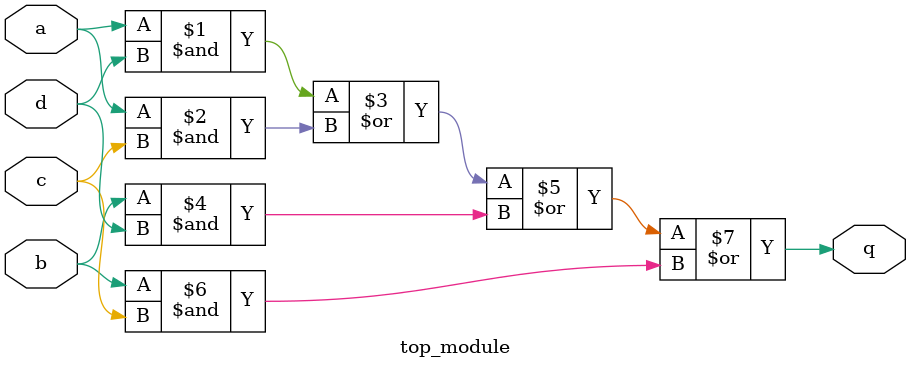
<source format=v>
module top_module (
    input a,
    input b,
    input c,
    input d,
    output q );//

    assign q = (a & d) | (a & c) | (b & d) | (b & c);

endmodule
</source>
